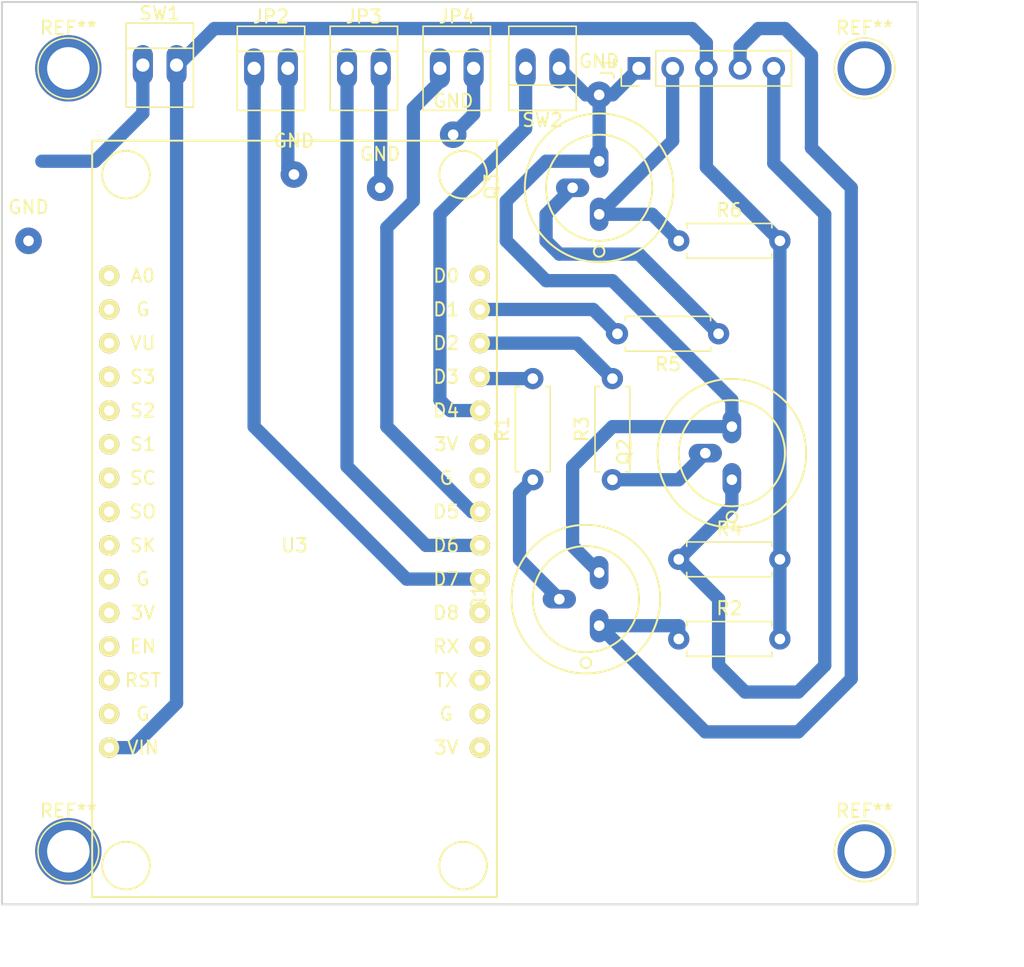
<source format=kicad_pcb>
(kicad_pcb (version 4) (host pcbnew 4.0.7)

  (general
    (links 32)
    (no_connects 3)
    (area 82.924999 62.924999 165.85 143.700001)
    (thickness 1.6)
    (drawings 6)
    (tracks 99)
    (zones 0)
    (modules 25)
    (nets 39)
  )

  (page A4)
  (layers
    (0 F.Cu signal)
    (31 B.Cu signal)
    (32 B.Adhes user)
    (33 F.Adhes user)
    (34 B.Paste user)
    (35 F.Paste user)
    (36 B.SilkS user)
    (37 F.SilkS user)
    (38 B.Mask user)
    (39 F.Mask user)
    (40 Dwgs.User user)
    (41 Cmts.User user)
    (42 Eco1.User user)
    (43 Eco2.User user)
    (44 Edge.Cuts user)
    (45 Margin user)
    (46 B.CrtYd user)
    (47 F.CrtYd user)
    (48 B.Fab user)
    (49 F.Fab user)
  )

  (setup
    (last_trace_width 1)
    (trace_clearance 0.2)
    (zone_clearance 0.508)
    (zone_45_only yes)
    (trace_min 0.2)
    (segment_width 0.2)
    (edge_width 0.15)
    (via_size 0.6)
    (via_drill 0.4)
    (via_min_size 0.4)
    (via_min_drill 0.3)
    (uvia_size 0.3)
    (uvia_drill 0.1)
    (uvias_allowed no)
    (uvia_min_size 0.2)
    (uvia_min_drill 0.1)
    (pcb_text_width 0.3)
    (pcb_text_size 1.5 1.5)
    (mod_edge_width 0.15)
    (mod_text_size 1 1)
    (mod_text_width 0.15)
    (pad_size 1.99898 1.99898)
    (pad_drill 0.8001)
    (pad_to_mask_clearance 0.2)
    (aux_axis_origin 0 0)
    (visible_elements 7FFFFFFF)
    (pcbplotparams
      (layerselection 0x00030_80000001)
      (usegerberextensions false)
      (excludeedgelayer true)
      (linewidth 0.100000)
      (plotframeref false)
      (viasonmask false)
      (mode 1)
      (useauxorigin false)
      (hpglpennumber 1)
      (hpglpenspeed 20)
      (hpglpendiameter 15)
      (hpglpenoverlay 2)
      (psnegative false)
      (psa4output false)
      (plotreference true)
      (plotvalue true)
      (plotinvisibletext false)
      (padsonsilk false)
      (subtractmaskfromsilk false)
      (outputformat 1)
      (mirror false)
      (drillshape 1)
      (scaleselection 1)
      (outputdirectory ""))
  )

  (net 0 "")
  (net 1 GNDPWR)
  (net 2 /DOUT)
  (net 3 /V+)
  (net 4 /CLK)
  (net 5 /LD)
  (net 6 "Net-(JP2-Pad1)")
  (net 7 "Net-(JP3-Pad1)")
  (net 8 "Net-(JP4-Pad1)")
  (net 9 "Net-(R1-Pad2)")
  (net 10 "Net-(R3-Pad2)")
  (net 11 "Net-(R5-Pad2)")
  (net 12 +5V)
  (net 13 "Net-(SW2-Pad2)")
  (net 14 "Net-(U3-Pad1)")
  (net 15 "Net-(U3-Pad2)")
  (net 16 "Net-(U3-Pad3)")
  (net 17 "Net-(U3-Pad5)")
  (net 18 "Net-(U3-Pad6)")
  (net 19 "Net-(U3-Pad7)")
  (net 20 "Net-(U3-Pad8)")
  (net 21 "Net-(U3-Pad9)")
  (net 22 "Net-(U3-Pad10)")
  (net 23 "Net-(U3-Pad11)")
  (net 24 "Net-(U3-Pad12)")
  (net 25 "Net-(U3-Pad13)")
  (net 26 "Net-(U3-Pad14)")
  (net 27 "Net-(U3-Pad16)")
  (net 28 "Net-(U3-Pad17)")
  (net 29 "Net-(U3-Pad18)")
  (net 30 "Net-(U3-Pad19)")
  (net 31 "Net-(U3-Pad20)")
  (net 32 "Net-(U3-Pad24)")
  (net 33 "Net-(U3-Pad25)")
  (net 34 "Net-(U3-Pad30)")
  (net 35 "Net-(Q1-Pad2)")
  (net 36 "Net-(Q2-Pad2)")
  (net 37 "Net-(Q3-Pad2)")
  (net 38 "Net-(U3-Pad4)")

  (net_class Default "Esta es la clase de red por defecto."
    (clearance 0.2)
    (trace_width 1)
    (via_dia 0.6)
    (via_drill 0.4)
    (uvia_dia 0.3)
    (uvia_drill 0.1)
    (add_net +5V)
    (add_net /CLK)
    (add_net /DOUT)
    (add_net /LD)
    (add_net /V+)
    (add_net GNDPWR)
    (add_net "Net-(JP2-Pad1)")
    (add_net "Net-(JP3-Pad1)")
    (add_net "Net-(JP4-Pad1)")
    (add_net "Net-(Q1-Pad2)")
    (add_net "Net-(Q2-Pad2)")
    (add_net "Net-(Q3-Pad2)")
    (add_net "Net-(R1-Pad2)")
    (add_net "Net-(R3-Pad2)")
    (add_net "Net-(R5-Pad2)")
    (add_net "Net-(SW2-Pad2)")
    (add_net "Net-(U3-Pad1)")
    (add_net "Net-(U3-Pad10)")
    (add_net "Net-(U3-Pad11)")
    (add_net "Net-(U3-Pad12)")
    (add_net "Net-(U3-Pad13)")
    (add_net "Net-(U3-Pad14)")
    (add_net "Net-(U3-Pad16)")
    (add_net "Net-(U3-Pad17)")
    (add_net "Net-(U3-Pad18)")
    (add_net "Net-(U3-Pad19)")
    (add_net "Net-(U3-Pad2)")
    (add_net "Net-(U3-Pad20)")
    (add_net "Net-(U3-Pad24)")
    (add_net "Net-(U3-Pad25)")
    (add_net "Net-(U3-Pad3)")
    (add_net "Net-(U3-Pad30)")
    (add_net "Net-(U3-Pad4)")
    (add_net "Net-(U3-Pad5)")
    (add_net "Net-(U3-Pad6)")
    (add_net "Net-(U3-Pad7)")
    (add_net "Net-(U3-Pad8)")
    (add_net "Net-(U3-Pad9)")
  )

  (module Connectors:PINHEAD1-2 (layer F.Cu) (tedit 0) (tstamp 5A203F00)
    (at 117 72)
    (path /5A08DDBF)
    (fp_text reference JP4 (at 1.27 -3.9) (layer F.SilkS)
      (effects (font (size 1 1) (thickness 0.15)))
    )
    (fp_text value Jp_open_small (at 1.27 3.81) (layer F.Fab)
      (effects (font (size 1 1) (thickness 0.15)))
    )
    (fp_line (start 3.81 -1.27) (end -1.27 -1.27) (layer F.SilkS) (width 0.12))
    (fp_line (start 3.81 3.17) (end -1.27 3.17) (layer F.SilkS) (width 0.12))
    (fp_line (start -1.27 -3.17) (end 3.81 -3.17) (layer F.SilkS) (width 0.12))
    (fp_line (start -1.27 -3.17) (end -1.27 3.17) (layer F.SilkS) (width 0.12))
    (fp_line (start 3.81 -3.17) (end 3.81 3.17) (layer F.SilkS) (width 0.12))
    (fp_line (start -1.52 -3.42) (end 4.06 -3.42) (layer F.CrtYd) (width 0.05))
    (fp_line (start -1.52 -3.42) (end -1.52 3.42) (layer F.CrtYd) (width 0.05))
    (fp_line (start 4.06 3.42) (end 4.06 -3.42) (layer F.CrtYd) (width 0.05))
    (fp_line (start 4.06 3.42) (end -1.52 3.42) (layer F.CrtYd) (width 0.05))
    (pad 1 thru_hole oval (at 0 0) (size 1.51 3.01) (drill 1) (layers *.Cu *.Mask)
      (net 8 "Net-(JP4-Pad1)"))
    (pad 2 thru_hole oval (at 2.54 0) (size 1.51 3.01) (drill 1) (layers *.Cu *.Mask)
      (net 1 GNDPWR))
  )

  (module Transistors_OldSowjetAera:OldSowjetaera_Transistor_Type-II_BigPads (layer F.Cu) (tedit 5A25894A) (tstamp 5A258789)
    (at 128 112 90)
    (path /5A204BD0)
    (fp_text reference Q1 (at 0.1 -8.1 90) (layer F.SilkS)
      (effects (font (size 1 1) (thickness 0.15)))
    )
    (fp_text value Q_NPN_CBE (at 0.1 7.6 90) (layer F.Fab)
      (effects (font (size 1 1) (thickness 0.15)))
    )
    (fp_circle (center -4.8 0) (end -4.8 0.4) (layer F.SilkS) (width 0.15))
    (fp_circle (center 0 0) (end 4 0) (layer F.SilkS) (width 0.15))
    (fp_circle (center 0 0) (end 5.6 0) (layer F.SilkS) (width 0.15))
    (pad 2 thru_hole oval (at 0 -2 90) (size 1.4 2.5) (drill 0.8) (layers *.Cu *.Mask)
      (net 35 "Net-(Q1-Pad2)"))
    (pad 1 thru_hole oval (at -2 1 180) (size 1.4 2.5) (drill 0.8) (layers *.Cu *.Mask)
      (net 4 /CLK))
    (pad 3 thru_hole oval (at 2 1 180) (size 1.4 2.5) (drill 0.8) (layers *.Cu *.Mask)
      (net 1 GNDPWR))
    (model Transistors_OldSowjetAera.3dshapes/OldSowjetaera_Transistor_Type-II_BigPads.wrl
      (at (xyz 0 0 0))
      (scale (xyz 0.3937 0.3937 0.3937))
      (rotate (xyz 0 0 0))
    )
  )

  (module Transistors_OldSowjetAera:OldSowjetaera_Transistor_Type-II_BigPads (layer F.Cu) (tedit 0) (tstamp 5A203F0E)
    (at 139 101 90)
    (path /5A204A80)
    (fp_text reference Q2 (at 0.1 -8.1 90) (layer F.SilkS)
      (effects (font (size 1 1) (thickness 0.15)))
    )
    (fp_text value Q_NPN_CBE (at 0.1 7.6 90) (layer F.Fab)
      (effects (font (size 1 1) (thickness 0.15)))
    )
    (fp_circle (center -4.8 0) (end -4.8 0.4) (layer F.SilkS) (width 0.15))
    (fp_circle (center 0 0) (end 4 0) (layer F.SilkS) (width 0.15))
    (fp_circle (center 0 0) (end 5.6 0) (layer F.SilkS) (width 0.15))
    (pad 2 thru_hole oval (at 0 -2 90) (size 1.4 2.5) (drill 0.8) (layers *.Cu *.Mask)
      (net 36 "Net-(Q2-Pad2)"))
    (pad 1 thru_hole oval (at -2 0 180) (size 1.4 2.5) (drill 0.8) (layers *.Cu *.Mask)
      (net 5 /LD))
    (pad 3 thru_hole oval (at 2 0 180) (size 1.4 2.5) (drill 0.8) (layers *.Cu *.Mask)
      (net 1 GNDPWR))
    (model Transistors_OldSowjetAera.3dshapes/OldSowjetaera_Transistor_Type-II_BigPads.wrl
      (at (xyz 0 0 0))
      (scale (xyz 0.3937 0.3937 0.3937))
      (rotate (xyz 0 0 0))
    )
  )

  (module Connectors:PINHEAD1-2 (layer F.Cu) (tedit 0) (tstamp 5A203EF4)
    (at 103 72)
    (path /5A08DF95)
    (fp_text reference JP2 (at 1.27 -3.9) (layer F.SilkS)
      (effects (font (size 1 1) (thickness 0.15)))
    )
    (fp_text value Jp_open_small (at 1.27 3.81) (layer F.Fab)
      (effects (font (size 1 1) (thickness 0.15)))
    )
    (fp_line (start 3.81 -1.27) (end -1.27 -1.27) (layer F.SilkS) (width 0.12))
    (fp_line (start 3.81 3.17) (end -1.27 3.17) (layer F.SilkS) (width 0.12))
    (fp_line (start -1.27 -3.17) (end 3.81 -3.17) (layer F.SilkS) (width 0.12))
    (fp_line (start -1.27 -3.17) (end -1.27 3.17) (layer F.SilkS) (width 0.12))
    (fp_line (start 3.81 -3.17) (end 3.81 3.17) (layer F.SilkS) (width 0.12))
    (fp_line (start -1.52 -3.42) (end 4.06 -3.42) (layer F.CrtYd) (width 0.05))
    (fp_line (start -1.52 -3.42) (end -1.52 3.42) (layer F.CrtYd) (width 0.05))
    (fp_line (start 4.06 3.42) (end 4.06 -3.42) (layer F.CrtYd) (width 0.05))
    (fp_line (start 4.06 3.42) (end -1.52 3.42) (layer F.CrtYd) (width 0.05))
    (pad 1 thru_hole oval (at 0 0) (size 1.51 3.01) (drill 1) (layers *.Cu *.Mask)
      (net 6 "Net-(JP2-Pad1)"))
    (pad 2 thru_hole oval (at 2.54 0) (size 1.51 3.01) (drill 1) (layers *.Cu *.Mask)
      (net 1 GNDPWR))
  )

  (module Connectors:PINHEAD1-2 (layer F.Cu) (tedit 0) (tstamp 5A203EFA)
    (at 110 72)
    (path /5A08DF42)
    (fp_text reference JP3 (at 1.27 -3.9) (layer F.SilkS)
      (effects (font (size 1 1) (thickness 0.15)))
    )
    (fp_text value Jp_open_small (at 1.27 3.81) (layer F.Fab)
      (effects (font (size 1 1) (thickness 0.15)))
    )
    (fp_line (start 3.81 -1.27) (end -1.27 -1.27) (layer F.SilkS) (width 0.12))
    (fp_line (start 3.81 3.17) (end -1.27 3.17) (layer F.SilkS) (width 0.12))
    (fp_line (start -1.27 -3.17) (end 3.81 -3.17) (layer F.SilkS) (width 0.12))
    (fp_line (start -1.27 -3.17) (end -1.27 3.17) (layer F.SilkS) (width 0.12))
    (fp_line (start 3.81 -3.17) (end 3.81 3.17) (layer F.SilkS) (width 0.12))
    (fp_line (start -1.52 -3.42) (end 4.06 -3.42) (layer F.CrtYd) (width 0.05))
    (fp_line (start -1.52 -3.42) (end -1.52 3.42) (layer F.CrtYd) (width 0.05))
    (fp_line (start 4.06 3.42) (end 4.06 -3.42) (layer F.CrtYd) (width 0.05))
    (fp_line (start 4.06 3.42) (end -1.52 3.42) (layer F.CrtYd) (width 0.05))
    (pad 1 thru_hole oval (at 0 0) (size 1.51 3.01) (drill 1) (layers *.Cu *.Mask)
      (net 7 "Net-(JP3-Pad1)"))
    (pad 2 thru_hole oval (at 2.54 0) (size 1.51 3.01) (drill 1) (layers *.Cu *.Mask)
      (net 1 GNDPWR))
  )

  (module Transistors_OldSowjetAera:OldSowjetaera_Transistor_Type-II_BigPads (layer F.Cu) (tedit 0) (tstamp 5A203F15)
    (at 129 81 90)
    (path /5A204D65)
    (fp_text reference Q3 (at 0.1 -8.1 90) (layer F.SilkS)
      (effects (font (size 1 1) (thickness 0.15)))
    )
    (fp_text value Q_NPN_CBE (at 0.1 7.6 90) (layer F.Fab)
      (effects (font (size 1 1) (thickness 0.15)))
    )
    (fp_circle (center -4.8 0) (end -4.8 0.4) (layer F.SilkS) (width 0.15))
    (fp_circle (center 0 0) (end 4 0) (layer F.SilkS) (width 0.15))
    (fp_circle (center 0 0) (end 5.6 0) (layer F.SilkS) (width 0.15))
    (pad 2 thru_hole oval (at 0 -2 90) (size 1.4 2.5) (drill 0.8) (layers *.Cu *.Mask)
      (net 37 "Net-(Q3-Pad2)"))
    (pad 1 thru_hole oval (at -2 0 180) (size 1.4 2.5) (drill 0.8) (layers *.Cu *.Mask)
      (net 2 /DOUT))
    (pad 3 thru_hole oval (at 2 0 180) (size 1.4 2.5) (drill 0.8) (layers *.Cu *.Mask)
      (net 1 GNDPWR))
    (model Transistors_OldSowjetAera.3dshapes/OldSowjetaera_Transistor_Type-II_BigPads.wrl
      (at (xyz 0 0 0))
      (scale (xyz 0.3937 0.3937 0.3937))
      (rotate (xyz 0 0 0))
    )
  )

  (module Resistors_THT:R_Axial_DIN0207_L6.3mm_D2.5mm_P7.62mm_Horizontal (layer F.Cu) (tedit 5874F706) (tstamp 5A203F1B)
    (at 124 103 90)
    (descr "Resistor, Axial_DIN0207 series, Axial, Horizontal, pin pitch=7.62mm, 0.25W = 1/4W, length*diameter=6.3*2.5mm^2, http://cdn-reichelt.de/documents/datenblatt/B400/1_4W%23YAG.pdf")
    (tags "Resistor Axial_DIN0207 series Axial Horizontal pin pitch 7.62mm 0.25W = 1/4W length 6.3mm diameter 2.5mm")
    (path /5A048190)
    (fp_text reference R1 (at 3.81 -2.31 90) (layer F.SilkS)
      (effects (font (size 1 1) (thickness 0.15)))
    )
    (fp_text value 50KOhm (at 3.81 2.31 90) (layer F.Fab)
      (effects (font (size 1 1) (thickness 0.15)))
    )
    (fp_line (start 0.66 -1.25) (end 0.66 1.25) (layer F.Fab) (width 0.1))
    (fp_line (start 0.66 1.25) (end 6.96 1.25) (layer F.Fab) (width 0.1))
    (fp_line (start 6.96 1.25) (end 6.96 -1.25) (layer F.Fab) (width 0.1))
    (fp_line (start 6.96 -1.25) (end 0.66 -1.25) (layer F.Fab) (width 0.1))
    (fp_line (start 0 0) (end 0.66 0) (layer F.Fab) (width 0.1))
    (fp_line (start 7.62 0) (end 6.96 0) (layer F.Fab) (width 0.1))
    (fp_line (start 0.6 -0.98) (end 0.6 -1.31) (layer F.SilkS) (width 0.12))
    (fp_line (start 0.6 -1.31) (end 7.02 -1.31) (layer F.SilkS) (width 0.12))
    (fp_line (start 7.02 -1.31) (end 7.02 -0.98) (layer F.SilkS) (width 0.12))
    (fp_line (start 0.6 0.98) (end 0.6 1.31) (layer F.SilkS) (width 0.12))
    (fp_line (start 0.6 1.31) (end 7.02 1.31) (layer F.SilkS) (width 0.12))
    (fp_line (start 7.02 1.31) (end 7.02 0.98) (layer F.SilkS) (width 0.12))
    (fp_line (start -1.05 -1.6) (end -1.05 1.6) (layer F.CrtYd) (width 0.05))
    (fp_line (start -1.05 1.6) (end 8.7 1.6) (layer F.CrtYd) (width 0.05))
    (fp_line (start 8.7 1.6) (end 8.7 -1.6) (layer F.CrtYd) (width 0.05))
    (fp_line (start 8.7 -1.6) (end -1.05 -1.6) (layer F.CrtYd) (width 0.05))
    (pad 1 thru_hole circle (at 0 0 90) (size 1.6 1.6) (drill 0.8) (layers *.Cu *.Mask)
      (net 35 "Net-(Q1-Pad2)"))
    (pad 2 thru_hole oval (at 7.62 0 90) (size 1.6 1.6) (drill 0.8) (layers *.Cu *.Mask)
      (net 9 "Net-(R1-Pad2)"))
    (model ${KISYS3DMOD}/Resistors_THT.3dshapes/R_Axial_DIN0207_L6.3mm_D2.5mm_P7.62mm_Horizontal.wrl
      (at (xyz 0 0 0))
      (scale (xyz 0.393701 0.393701 0.393701))
      (rotate (xyz 0 0 0))
    )
  )

  (module Resistors_THT:R_Axial_DIN0207_L6.3mm_D2.5mm_P7.62mm_Horizontal (layer F.Cu) (tedit 5874F706) (tstamp 5A203F21)
    (at 135 115)
    (descr "Resistor, Axial_DIN0207 series, Axial, Horizontal, pin pitch=7.62mm, 0.25W = 1/4W, length*diameter=6.3*2.5mm^2, http://cdn-reichelt.de/documents/datenblatt/B400/1_4W%23YAG.pdf")
    (tags "Resistor Axial_DIN0207 series Axial Horizontal pin pitch 7.62mm 0.25W = 1/4W length 6.3mm diameter 2.5mm")
    (path /5A048139)
    (fp_text reference R2 (at 3.81 -2.31) (layer F.SilkS)
      (effects (font (size 1 1) (thickness 0.15)))
    )
    (fp_text value 0.7KOhm (at 3.81 2.31) (layer F.Fab)
      (effects (font (size 1 1) (thickness 0.15)))
    )
    (fp_line (start 0.66 -1.25) (end 0.66 1.25) (layer F.Fab) (width 0.1))
    (fp_line (start 0.66 1.25) (end 6.96 1.25) (layer F.Fab) (width 0.1))
    (fp_line (start 6.96 1.25) (end 6.96 -1.25) (layer F.Fab) (width 0.1))
    (fp_line (start 6.96 -1.25) (end 0.66 -1.25) (layer F.Fab) (width 0.1))
    (fp_line (start 0 0) (end 0.66 0) (layer F.Fab) (width 0.1))
    (fp_line (start 7.62 0) (end 6.96 0) (layer F.Fab) (width 0.1))
    (fp_line (start 0.6 -0.98) (end 0.6 -1.31) (layer F.SilkS) (width 0.12))
    (fp_line (start 0.6 -1.31) (end 7.02 -1.31) (layer F.SilkS) (width 0.12))
    (fp_line (start 7.02 -1.31) (end 7.02 -0.98) (layer F.SilkS) (width 0.12))
    (fp_line (start 0.6 0.98) (end 0.6 1.31) (layer F.SilkS) (width 0.12))
    (fp_line (start 0.6 1.31) (end 7.02 1.31) (layer F.SilkS) (width 0.12))
    (fp_line (start 7.02 1.31) (end 7.02 0.98) (layer F.SilkS) (width 0.12))
    (fp_line (start -1.05 -1.6) (end -1.05 1.6) (layer F.CrtYd) (width 0.05))
    (fp_line (start -1.05 1.6) (end 8.7 1.6) (layer F.CrtYd) (width 0.05))
    (fp_line (start 8.7 1.6) (end 8.7 -1.6) (layer F.CrtYd) (width 0.05))
    (fp_line (start 8.7 -1.6) (end -1.05 -1.6) (layer F.CrtYd) (width 0.05))
    (pad 1 thru_hole circle (at 0 0) (size 1.6 1.6) (drill 0.8) (layers *.Cu *.Mask)
      (net 4 /CLK))
    (pad 2 thru_hole oval (at 7.62 0) (size 1.6 1.6) (drill 0.8) (layers *.Cu *.Mask)
      (net 3 /V+))
    (model ${KISYS3DMOD}/Resistors_THT.3dshapes/R_Axial_DIN0207_L6.3mm_D2.5mm_P7.62mm_Horizontal.wrl
      (at (xyz 0 0 0))
      (scale (xyz 0.393701 0.393701 0.393701))
      (rotate (xyz 0 0 0))
    )
  )

  (module Resistors_THT:R_Axial_DIN0207_L6.3mm_D2.5mm_P7.62mm_Horizontal (layer F.Cu) (tedit 5874F706) (tstamp 5A203F27)
    (at 130 103 90)
    (descr "Resistor, Axial_DIN0207 series, Axial, Horizontal, pin pitch=7.62mm, 0.25W = 1/4W, length*diameter=6.3*2.5mm^2, http://cdn-reichelt.de/documents/datenblatt/B400/1_4W%23YAG.pdf")
    (tags "Resistor Axial_DIN0207 series Axial Horizontal pin pitch 7.62mm 0.25W = 1/4W length 6.3mm diameter 2.5mm")
    (path /5A0A3C12)
    (fp_text reference R3 (at 3.81 -2.31 90) (layer F.SilkS)
      (effects (font (size 1 1) (thickness 0.15)))
    )
    (fp_text value 50KOhm (at 3.81 2.31 90) (layer F.Fab)
      (effects (font (size 1 1) (thickness 0.15)))
    )
    (fp_line (start 0.66 -1.25) (end 0.66 1.25) (layer F.Fab) (width 0.1))
    (fp_line (start 0.66 1.25) (end 6.96 1.25) (layer F.Fab) (width 0.1))
    (fp_line (start 6.96 1.25) (end 6.96 -1.25) (layer F.Fab) (width 0.1))
    (fp_line (start 6.96 -1.25) (end 0.66 -1.25) (layer F.Fab) (width 0.1))
    (fp_line (start 0 0) (end 0.66 0) (layer F.Fab) (width 0.1))
    (fp_line (start 7.62 0) (end 6.96 0) (layer F.Fab) (width 0.1))
    (fp_line (start 0.6 -0.98) (end 0.6 -1.31) (layer F.SilkS) (width 0.12))
    (fp_line (start 0.6 -1.31) (end 7.02 -1.31) (layer F.SilkS) (width 0.12))
    (fp_line (start 7.02 -1.31) (end 7.02 -0.98) (layer F.SilkS) (width 0.12))
    (fp_line (start 0.6 0.98) (end 0.6 1.31) (layer F.SilkS) (width 0.12))
    (fp_line (start 0.6 1.31) (end 7.02 1.31) (layer F.SilkS) (width 0.12))
    (fp_line (start 7.02 1.31) (end 7.02 0.98) (layer F.SilkS) (width 0.12))
    (fp_line (start -1.05 -1.6) (end -1.05 1.6) (layer F.CrtYd) (width 0.05))
    (fp_line (start -1.05 1.6) (end 8.7 1.6) (layer F.CrtYd) (width 0.05))
    (fp_line (start 8.7 1.6) (end 8.7 -1.6) (layer F.CrtYd) (width 0.05))
    (fp_line (start 8.7 -1.6) (end -1.05 -1.6) (layer F.CrtYd) (width 0.05))
    (pad 1 thru_hole circle (at 0 0 90) (size 1.6 1.6) (drill 0.8) (layers *.Cu *.Mask)
      (net 36 "Net-(Q2-Pad2)"))
    (pad 2 thru_hole oval (at 7.62 0 90) (size 1.6 1.6) (drill 0.8) (layers *.Cu *.Mask)
      (net 10 "Net-(R3-Pad2)"))
    (model ${KISYS3DMOD}/Resistors_THT.3dshapes/R_Axial_DIN0207_L6.3mm_D2.5mm_P7.62mm_Horizontal.wrl
      (at (xyz 0 0 0))
      (scale (xyz 0.393701 0.393701 0.393701))
      (rotate (xyz 0 0 0))
    )
  )

  (module Resistors_THT:R_Axial_DIN0207_L6.3mm_D2.5mm_P7.62mm_Horizontal (layer F.Cu) (tedit 5874F706) (tstamp 5A203F2D)
    (at 135 109)
    (descr "Resistor, Axial_DIN0207 series, Axial, Horizontal, pin pitch=7.62mm, 0.25W = 1/4W, length*diameter=6.3*2.5mm^2, http://cdn-reichelt.de/documents/datenblatt/B400/1_4W%23YAG.pdf")
    (tags "Resistor Axial_DIN0207 series Axial Horizontal pin pitch 7.62mm 0.25W = 1/4W length 6.3mm diameter 2.5mm")
    (path /5A0A3C18)
    (fp_text reference R4 (at 3.81 -2.31) (layer F.SilkS)
      (effects (font (size 1 1) (thickness 0.15)))
    )
    (fp_text value 0.7KOhm (at 3.81 2.31) (layer F.Fab)
      (effects (font (size 1 1) (thickness 0.15)))
    )
    (fp_line (start 0.66 -1.25) (end 0.66 1.25) (layer F.Fab) (width 0.1))
    (fp_line (start 0.66 1.25) (end 6.96 1.25) (layer F.Fab) (width 0.1))
    (fp_line (start 6.96 1.25) (end 6.96 -1.25) (layer F.Fab) (width 0.1))
    (fp_line (start 6.96 -1.25) (end 0.66 -1.25) (layer F.Fab) (width 0.1))
    (fp_line (start 0 0) (end 0.66 0) (layer F.Fab) (width 0.1))
    (fp_line (start 7.62 0) (end 6.96 0) (layer F.Fab) (width 0.1))
    (fp_line (start 0.6 -0.98) (end 0.6 -1.31) (layer F.SilkS) (width 0.12))
    (fp_line (start 0.6 -1.31) (end 7.02 -1.31) (layer F.SilkS) (width 0.12))
    (fp_line (start 7.02 -1.31) (end 7.02 -0.98) (layer F.SilkS) (width 0.12))
    (fp_line (start 0.6 0.98) (end 0.6 1.31) (layer F.SilkS) (width 0.12))
    (fp_line (start 0.6 1.31) (end 7.02 1.31) (layer F.SilkS) (width 0.12))
    (fp_line (start 7.02 1.31) (end 7.02 0.98) (layer F.SilkS) (width 0.12))
    (fp_line (start -1.05 -1.6) (end -1.05 1.6) (layer F.CrtYd) (width 0.05))
    (fp_line (start -1.05 1.6) (end 8.7 1.6) (layer F.CrtYd) (width 0.05))
    (fp_line (start 8.7 1.6) (end 8.7 -1.6) (layer F.CrtYd) (width 0.05))
    (fp_line (start 8.7 -1.6) (end -1.05 -1.6) (layer F.CrtYd) (width 0.05))
    (pad 1 thru_hole circle (at 0 0) (size 1.6 1.6) (drill 0.8) (layers *.Cu *.Mask)
      (net 5 /LD))
    (pad 2 thru_hole oval (at 7.62 0) (size 1.6 1.6) (drill 0.8) (layers *.Cu *.Mask)
      (net 3 /V+))
    (model ${KISYS3DMOD}/Resistors_THT.3dshapes/R_Axial_DIN0207_L6.3mm_D2.5mm_P7.62mm_Horizontal.wrl
      (at (xyz 0 0 0))
      (scale (xyz 0.393701 0.393701 0.393701))
      (rotate (xyz 0 0 0))
    )
  )

  (module Resistors_THT:R_Axial_DIN0207_L6.3mm_D2.5mm_P7.62mm_Horizontal (layer F.Cu) (tedit 5874F706) (tstamp 5A203F33)
    (at 138 92 180)
    (descr "Resistor, Axial_DIN0207 series, Axial, Horizontal, pin pitch=7.62mm, 0.25W = 1/4W, length*diameter=6.3*2.5mm^2, http://cdn-reichelt.de/documents/datenblatt/B400/1_4W%23YAG.pdf")
    (tags "Resistor Axial_DIN0207 series Axial Horizontal pin pitch 7.62mm 0.25W = 1/4W length 6.3mm diameter 2.5mm")
    (path /5A0A44A8)
    (fp_text reference R5 (at 3.81 -2.31 180) (layer F.SilkS)
      (effects (font (size 1 1) (thickness 0.15)))
    )
    (fp_text value 50KOhm (at 3.81 2.31 180) (layer F.Fab)
      (effects (font (size 1 1) (thickness 0.15)))
    )
    (fp_line (start 0.66 -1.25) (end 0.66 1.25) (layer F.Fab) (width 0.1))
    (fp_line (start 0.66 1.25) (end 6.96 1.25) (layer F.Fab) (width 0.1))
    (fp_line (start 6.96 1.25) (end 6.96 -1.25) (layer F.Fab) (width 0.1))
    (fp_line (start 6.96 -1.25) (end 0.66 -1.25) (layer F.Fab) (width 0.1))
    (fp_line (start 0 0) (end 0.66 0) (layer F.Fab) (width 0.1))
    (fp_line (start 7.62 0) (end 6.96 0) (layer F.Fab) (width 0.1))
    (fp_line (start 0.6 -0.98) (end 0.6 -1.31) (layer F.SilkS) (width 0.12))
    (fp_line (start 0.6 -1.31) (end 7.02 -1.31) (layer F.SilkS) (width 0.12))
    (fp_line (start 7.02 -1.31) (end 7.02 -0.98) (layer F.SilkS) (width 0.12))
    (fp_line (start 0.6 0.98) (end 0.6 1.31) (layer F.SilkS) (width 0.12))
    (fp_line (start 0.6 1.31) (end 7.02 1.31) (layer F.SilkS) (width 0.12))
    (fp_line (start 7.02 1.31) (end 7.02 0.98) (layer F.SilkS) (width 0.12))
    (fp_line (start -1.05 -1.6) (end -1.05 1.6) (layer F.CrtYd) (width 0.05))
    (fp_line (start -1.05 1.6) (end 8.7 1.6) (layer F.CrtYd) (width 0.05))
    (fp_line (start 8.7 1.6) (end 8.7 -1.6) (layer F.CrtYd) (width 0.05))
    (fp_line (start 8.7 -1.6) (end -1.05 -1.6) (layer F.CrtYd) (width 0.05))
    (pad 1 thru_hole circle (at 0 0 180) (size 1.6 1.6) (drill 0.8) (layers *.Cu *.Mask)
      (net 37 "Net-(Q3-Pad2)"))
    (pad 2 thru_hole oval (at 7.62 0 180) (size 1.6 1.6) (drill 0.8) (layers *.Cu *.Mask)
      (net 11 "Net-(R5-Pad2)"))
    (model ${KISYS3DMOD}/Resistors_THT.3dshapes/R_Axial_DIN0207_L6.3mm_D2.5mm_P7.62mm_Horizontal.wrl
      (at (xyz 0 0 0))
      (scale (xyz 0.393701 0.393701 0.393701))
      (rotate (xyz 0 0 0))
    )
  )

  (module Resistors_THT:R_Axial_DIN0207_L6.3mm_D2.5mm_P7.62mm_Horizontal (layer F.Cu) (tedit 5874F706) (tstamp 5A203F39)
    (at 135 85)
    (descr "Resistor, Axial_DIN0207 series, Axial, Horizontal, pin pitch=7.62mm, 0.25W = 1/4W, length*diameter=6.3*2.5mm^2, http://cdn-reichelt.de/documents/datenblatt/B400/1_4W%23YAG.pdf")
    (tags "Resistor Axial_DIN0207 series Axial Horizontal pin pitch 7.62mm 0.25W = 1/4W length 6.3mm diameter 2.5mm")
    (path /5A0A44AE)
    (fp_text reference R6 (at 3.81 -2.31) (layer F.SilkS)
      (effects (font (size 1 1) (thickness 0.15)))
    )
    (fp_text value 0.7KOhm (at 3.81 2.31) (layer F.Fab)
      (effects (font (size 1 1) (thickness 0.15)))
    )
    (fp_line (start 0.66 -1.25) (end 0.66 1.25) (layer F.Fab) (width 0.1))
    (fp_line (start 0.66 1.25) (end 6.96 1.25) (layer F.Fab) (width 0.1))
    (fp_line (start 6.96 1.25) (end 6.96 -1.25) (layer F.Fab) (width 0.1))
    (fp_line (start 6.96 -1.25) (end 0.66 -1.25) (layer F.Fab) (width 0.1))
    (fp_line (start 0 0) (end 0.66 0) (layer F.Fab) (width 0.1))
    (fp_line (start 7.62 0) (end 6.96 0) (layer F.Fab) (width 0.1))
    (fp_line (start 0.6 -0.98) (end 0.6 -1.31) (layer F.SilkS) (width 0.12))
    (fp_line (start 0.6 -1.31) (end 7.02 -1.31) (layer F.SilkS) (width 0.12))
    (fp_line (start 7.02 -1.31) (end 7.02 -0.98) (layer F.SilkS) (width 0.12))
    (fp_line (start 0.6 0.98) (end 0.6 1.31) (layer F.SilkS) (width 0.12))
    (fp_line (start 0.6 1.31) (end 7.02 1.31) (layer F.SilkS) (width 0.12))
    (fp_line (start 7.02 1.31) (end 7.02 0.98) (layer F.SilkS) (width 0.12))
    (fp_line (start -1.05 -1.6) (end -1.05 1.6) (layer F.CrtYd) (width 0.05))
    (fp_line (start -1.05 1.6) (end 8.7 1.6) (layer F.CrtYd) (width 0.05))
    (fp_line (start 8.7 1.6) (end 8.7 -1.6) (layer F.CrtYd) (width 0.05))
    (fp_line (start 8.7 -1.6) (end -1.05 -1.6) (layer F.CrtYd) (width 0.05))
    (pad 1 thru_hole circle (at 0 0) (size 1.6 1.6) (drill 0.8) (layers *.Cu *.Mask)
      (net 2 /DOUT))
    (pad 2 thru_hole oval (at 7.62 0) (size 1.6 1.6) (drill 0.8) (layers *.Cu *.Mask)
      (net 3 /V+))
    (model ${KISYS3DMOD}/Resistors_THT.3dshapes/R_Axial_DIN0207_L6.3mm_D2.5mm_P7.62mm_Horizontal.wrl
      (at (xyz 0 0 0))
      (scale (xyz 0.393701 0.393701 0.393701))
      (rotate (xyz 0 0 0))
    )
  )

  (module Connectors:PINHEAD1-2 (layer F.Cu) (tedit 0) (tstamp 5A203F3F)
    (at 94.615 71.755)
    (path /5A08CE04)
    (fp_text reference SW1 (at 1.27 -3.9) (layer F.SilkS)
      (effects (font (size 1 1) (thickness 0.15)))
    )
    (fp_text value SW_Push_Open (at 1.27 3.81) (layer F.Fab)
      (effects (font (size 1 1) (thickness 0.15)))
    )
    (fp_line (start 3.81 -1.27) (end -1.27 -1.27) (layer F.SilkS) (width 0.12))
    (fp_line (start 3.81 3.17) (end -1.27 3.17) (layer F.SilkS) (width 0.12))
    (fp_line (start -1.27 -3.17) (end 3.81 -3.17) (layer F.SilkS) (width 0.12))
    (fp_line (start -1.27 -3.17) (end -1.27 3.17) (layer F.SilkS) (width 0.12))
    (fp_line (start 3.81 -3.17) (end 3.81 3.17) (layer F.SilkS) (width 0.12))
    (fp_line (start -1.52 -3.42) (end 4.06 -3.42) (layer F.CrtYd) (width 0.05))
    (fp_line (start -1.52 -3.42) (end -1.52 3.42) (layer F.CrtYd) (width 0.05))
    (fp_line (start 4.06 3.42) (end 4.06 -3.42) (layer F.CrtYd) (width 0.05))
    (fp_line (start 4.06 3.42) (end -1.52 3.42) (layer F.CrtYd) (width 0.05))
    (pad 1 thru_hole oval (at 0 0) (size 1.51 3.01) (drill 1) (layers *.Cu *.Mask)
      (net 12 +5V))
    (pad 2 thru_hole oval (at 2.54 0) (size 1.51 3.01) (drill 1) (layers *.Cu *.Mask)
      (net 3 /V+))
  )

  (module Connectors:PINHEAD1-2 (layer F.Cu) (tedit 0) (tstamp 5A203F45)
    (at 126 72 180)
    (path /5A121D29)
    (fp_text reference SW2 (at 1.27 -3.9 180) (layer F.SilkS)
      (effects (font (size 1 1) (thickness 0.15)))
    )
    (fp_text value SW_Push (at 1.27 3.81 180) (layer F.Fab)
      (effects (font (size 1 1) (thickness 0.15)))
    )
    (fp_line (start 3.81 -1.27) (end -1.27 -1.27) (layer F.SilkS) (width 0.12))
    (fp_line (start 3.81 3.17) (end -1.27 3.17) (layer F.SilkS) (width 0.12))
    (fp_line (start -1.27 -3.17) (end 3.81 -3.17) (layer F.SilkS) (width 0.12))
    (fp_line (start -1.27 -3.17) (end -1.27 3.17) (layer F.SilkS) (width 0.12))
    (fp_line (start 3.81 -3.17) (end 3.81 3.17) (layer F.SilkS) (width 0.12))
    (fp_line (start -1.52 -3.42) (end 4.06 -3.42) (layer F.CrtYd) (width 0.05))
    (fp_line (start -1.52 -3.42) (end -1.52 3.42) (layer F.CrtYd) (width 0.05))
    (fp_line (start 4.06 3.42) (end 4.06 -3.42) (layer F.CrtYd) (width 0.05))
    (fp_line (start 4.06 3.42) (end -1.52 3.42) (layer F.CrtYd) (width 0.05))
    (pad 1 thru_hole oval (at 0 0 180) (size 1.51 3.01) (drill 1) (layers *.Cu *.Mask)
      (net 1 GNDPWR))
    (pad 2 thru_hole oval (at 2.54 0 180) (size 1.51 3.01) (drill 1) (layers *.Cu *.Mask)
      (net 13 "Net-(SW2-Pad2)"))
  )

  (module "ESP8266:NodeMCU1.0(12-E)" (layer F.Cu) (tedit 58B08E61) (tstamp 5A203F67)
    (at 106.045 107.95)
    (path /59FF8FB1)
    (fp_text reference U3 (at 0 0) (layer F.SilkS)
      (effects (font (size 1 1) (thickness 0.15)))
    )
    (fp_text value "NodeMCU1.0(ESP-12E)" (at 0 -29.21) (layer F.Fab)
      (effects (font (size 1 1) (thickness 0.15)))
    )
    (fp_text user VIN (at -11.43 15.24) (layer F.SilkS)
      (effects (font (size 1 1) (thickness 0.15)))
    )
    (fp_text user G (at -11.43 12.7) (layer F.SilkS)
      (effects (font (size 1 1) (thickness 0.15)))
    )
    (fp_text user RST (at -11.43 10.16) (layer F.SilkS)
      (effects (font (size 1 1) (thickness 0.15)))
    )
    (fp_text user EN (at -11.43 7.62) (layer F.SilkS)
      (effects (font (size 1 1) (thickness 0.15)))
    )
    (fp_text user 3V (at -11.43 5.08) (layer F.SilkS)
      (effects (font (size 1 1) (thickness 0.15)))
    )
    (fp_text user G (at -11.43 2.54) (layer F.SilkS)
      (effects (font (size 1 1) (thickness 0.15)))
    )
    (fp_text user SK (at -11.43 0) (layer F.SilkS)
      (effects (font (size 1 1) (thickness 0.15)))
    )
    (fp_text user SO (at -11.43 -2.54) (layer F.SilkS)
      (effects (font (size 1 1) (thickness 0.15)))
    )
    (fp_text user SC (at -11.43 -5.08) (layer F.SilkS)
      (effects (font (size 1 1) (thickness 0.15)))
    )
    (fp_text user S1 (at -11.43 -7.62) (layer F.SilkS)
      (effects (font (size 1 1) (thickness 0.15)))
    )
    (fp_text user S2 (at -11.43 -10.16) (layer F.SilkS)
      (effects (font (size 1 1) (thickness 0.15)))
    )
    (fp_text user S3 (at -11.43 -12.7) (layer F.SilkS)
      (effects (font (size 1 1) (thickness 0.15)))
    )
    (fp_text user VU (at -11.43 -15.24) (layer F.SilkS)
      (effects (font (size 1 1) (thickness 0.15)))
    )
    (fp_text user G (at -11.43 -17.78) (layer F.SilkS)
      (effects (font (size 1 1) (thickness 0.15)))
    )
    (fp_text user A0 (at -11.43 -20.32) (layer F.SilkS)
      (effects (font (size 1 1) (thickness 0.15)))
    )
    (fp_text user 3V (at 11.43 15.24) (layer F.SilkS)
      (effects (font (size 1 1) (thickness 0.15)))
    )
    (fp_text user G (at 11.43 12.7) (layer F.SilkS)
      (effects (font (size 1 1) (thickness 0.15)))
    )
    (fp_text user TX (at 11.43 10.16) (layer F.SilkS)
      (effects (font (size 1 1) (thickness 0.15)))
    )
    (fp_text user RX (at 11.43 7.62) (layer F.SilkS)
      (effects (font (size 1 1) (thickness 0.15)))
    )
    (fp_text user D8 (at 11.43 5.08) (layer F.SilkS)
      (effects (font (size 1 1) (thickness 0.15)))
    )
    (fp_text user D7 (at 11.43 2.54) (layer F.SilkS)
      (effects (font (size 1 1) (thickness 0.15)))
    )
    (fp_text user D6 (at 11.43 0) (layer F.SilkS)
      (effects (font (size 1 1) (thickness 0.15)))
    )
    (fp_text user D5 (at 11.43 -2.54) (layer F.SilkS)
      (effects (font (size 1 1) (thickness 0.15)))
    )
    (fp_text user G (at 11.43 -5.08) (layer F.SilkS)
      (effects (font (size 1 1) (thickness 0.15)))
    )
    (fp_text user 3V (at 11.43 -7.62) (layer F.SilkS)
      (effects (font (size 1 1) (thickness 0.15)))
    )
    (fp_text user D4 (at 11.43 -10.16) (layer F.SilkS)
      (effects (font (size 1 1) (thickness 0.15)))
    )
    (fp_text user D3 (at 11.43 -12.7) (layer F.SilkS)
      (effects (font (size 1 1) (thickness 0.15)))
    )
    (fp_text user D2 (at 11.43 -15.24) (layer F.SilkS)
      (effects (font (size 1 1) (thickness 0.15)))
    )
    (fp_text user D1 (at 11.43 -17.78) (layer F.SilkS)
      (effects (font (size 1 1) (thickness 0.15)))
    )
    (fp_text user D0 (at 11.43 -20.32) (layer F.SilkS)
      (effects (font (size 1 1) (thickness 0.15)))
    )
    (fp_circle (center 12.7 24.13) (end 13.97 22.86) (layer F.SilkS) (width 0.15))
    (fp_circle (center -12.7 24.13) (end -11.43 22.86) (layer F.SilkS) (width 0.15))
    (fp_circle (center -12.7 -27.94) (end -11.43 -29.21) (layer F.SilkS) (width 0.15))
    (fp_circle (center 12.7 -27.94) (end 13.97 -29.21) (layer F.SilkS) (width 0.15))
    (fp_line (start 15.25 -30.5) (end -14.75 -30.5) (layer F.SilkS) (width 0.15))
    (fp_line (start -14.75 -30.5) (end -15.25 -30.5) (layer F.SilkS) (width 0.15))
    (fp_line (start -15.25 -30.5) (end -15.25 26.5) (layer F.SilkS) (width 0.15))
    (fp_line (start -15.25 26.5) (end 15.25 26.5) (layer F.SilkS) (width 0.15))
    (fp_line (start 15.25 26.5) (end 15.25 -30.5) (layer F.SilkS) (width 0.15))
    (pad 1 thru_hole circle (at -13.97 -20.32) (size 1.524 1.524) (drill 0.762) (layers *.Cu *.Mask F.SilkS)
      (net 14 "Net-(U3-Pad1)"))
    (pad 2 thru_hole circle (at -13.97 -17.78) (size 1.524 1.524) (drill 0.762) (layers *.Cu *.Mask F.SilkS)
      (net 15 "Net-(U3-Pad2)"))
    (pad 3 thru_hole circle (at -13.97 -15.24) (size 1.524 1.524) (drill 0.762) (layers *.Cu *.Mask F.SilkS)
      (net 16 "Net-(U3-Pad3)"))
    (pad 4 thru_hole circle (at -13.97 -12.7) (size 1.524 1.524) (drill 0.762) (layers *.Cu *.Mask F.SilkS)
      (net 38 "Net-(U3-Pad4)"))
    (pad 5 thru_hole circle (at -13.97 -10.16) (size 1.524 1.524) (drill 0.762) (layers *.Cu *.Mask F.SilkS)
      (net 17 "Net-(U3-Pad5)"))
    (pad 6 thru_hole circle (at -13.97 -7.62) (size 1.524 1.524) (drill 0.762) (layers *.Cu *.Mask F.SilkS)
      (net 18 "Net-(U3-Pad6)"))
    (pad 7 thru_hole circle (at -13.97 -5.08) (size 1.524 1.524) (drill 0.762) (layers *.Cu *.Mask F.SilkS)
      (net 19 "Net-(U3-Pad7)"))
    (pad 8 thru_hole circle (at -13.97 -2.54) (size 1.524 1.524) (drill 0.762) (layers *.Cu *.Mask F.SilkS)
      (net 20 "Net-(U3-Pad8)"))
    (pad 9 thru_hole circle (at -13.97 0) (size 1.524 1.524) (drill 0.762) (layers *.Cu *.Mask F.SilkS)
      (net 21 "Net-(U3-Pad9)"))
    (pad 10 thru_hole circle (at -13.97 2.54) (size 1.524 1.524) (drill 0.762) (layers *.Cu *.Mask F.SilkS)
      (net 22 "Net-(U3-Pad10)"))
    (pad 11 thru_hole circle (at -13.97 5.08) (size 1.524 1.524) (drill 0.762) (layers *.Cu *.Mask F.SilkS)
      (net 23 "Net-(U3-Pad11)"))
    (pad 12 thru_hole circle (at -13.97 7.62) (size 1.524 1.524) (drill 0.762) (layers *.Cu *.Mask F.SilkS)
      (net 24 "Net-(U3-Pad12)"))
    (pad 13 thru_hole circle (at -13.97 10.16) (size 1.524 1.524) (drill 0.762) (layers *.Cu *.Mask F.SilkS)
      (net 25 "Net-(U3-Pad13)"))
    (pad 14 thru_hole circle (at -13.97 12.7) (size 1.524 1.524) (drill 0.762) (layers *.Cu *.Mask F.SilkS)
      (net 26 "Net-(U3-Pad14)"))
    (pad 15 thru_hole circle (at -13.97 15.24) (size 1.524 1.524) (drill 0.762) (layers *.Cu *.Mask F.SilkS)
      (net 3 /V+))
    (pad 16 thru_hole circle (at 13.97 15.24) (size 1.524 1.524) (drill 0.762) (layers *.Cu *.Mask F.SilkS)
      (net 27 "Net-(U3-Pad16)"))
    (pad 17 thru_hole circle (at 13.97 12.7) (size 1.524 1.524) (drill 0.762) (layers *.Cu *.Mask F.SilkS)
      (net 28 "Net-(U3-Pad17)"))
    (pad 18 thru_hole circle (at 13.97 10.16) (size 1.524 1.524) (drill 0.762) (layers *.Cu *.Mask F.SilkS)
      (net 29 "Net-(U3-Pad18)"))
    (pad 19 thru_hole circle (at 13.97 7.62) (size 1.524 1.524) (drill 0.762) (layers *.Cu *.Mask F.SilkS)
      (net 30 "Net-(U3-Pad19)"))
    (pad 20 thru_hole circle (at 13.97 5.08) (size 1.524 1.524) (drill 0.762) (layers *.Cu *.Mask F.SilkS)
      (net 31 "Net-(U3-Pad20)"))
    (pad 21 thru_hole circle (at 13.97 2.54) (size 1.524 1.524) (drill 0.762) (layers *.Cu *.Mask F.SilkS)
      (net 6 "Net-(JP2-Pad1)"))
    (pad 22 thru_hole circle (at 13.97 0) (size 1.524 1.524) (drill 0.762) (layers *.Cu *.Mask F.SilkS)
      (net 7 "Net-(JP3-Pad1)"))
    (pad 23 thru_hole circle (at 13.97 -2.54) (size 1.524 1.524) (drill 0.762) (layers *.Cu *.Mask F.SilkS)
      (net 8 "Net-(JP4-Pad1)"))
    (pad 24 thru_hole circle (at 13.97 -5.08) (size 1.524 1.524) (drill 0.762) (layers *.Cu *.Mask F.SilkS)
      (net 32 "Net-(U3-Pad24)"))
    (pad 25 thru_hole circle (at 13.97 -7.62) (size 1.524 1.524) (drill 0.762) (layers *.Cu *.Mask F.SilkS)
      (net 33 "Net-(U3-Pad25)"))
    (pad 26 thru_hole circle (at 13.97 -10.16) (size 1.524 1.524) (drill 0.762) (layers *.Cu *.Mask F.SilkS)
      (net 13 "Net-(SW2-Pad2)"))
    (pad 27 thru_hole circle (at 13.97 -12.7) (size 1.524 1.524) (drill 0.762) (layers *.Cu *.Mask F.SilkS)
      (net 9 "Net-(R1-Pad2)"))
    (pad 28 thru_hole circle (at 13.97 -15.24) (size 1.524 1.524) (drill 0.762) (layers *.Cu *.Mask F.SilkS)
      (net 10 "Net-(R3-Pad2)"))
    (pad 29 thru_hole circle (at 13.97 -17.78) (size 1.524 1.524) (drill 0.762) (layers *.Cu *.Mask F.SilkS)
      (net 11 "Net-(R5-Pad2)"))
    (pad 30 thru_hole circle (at 13.97 -20.32) (size 1.524 1.524) (drill 0.762) (layers *.Cu *.Mask F.SilkS)
      (net 34 "Net-(U3-Pad30)"))
  )

  (module Pin_Headers:Pin_Header_Straight_1x05_Pitch2.54mm (layer F.Cu) (tedit 59650532) (tstamp 5A206619)
    (at 132 72 90)
    (descr "Through hole straight pin header, 1x05, 2.54mm pitch, single row")
    (tags "Through hole pin header THT 1x05 2.54mm single row")
    (path /5A09B03B)
    (fp_text reference J1 (at 0 -2.33 90) (layer F.SilkS)
      (effects (font (size 1 1) (thickness 0.15)))
    )
    (fp_text value Conn_01x05 (at 0 12.49 90) (layer F.Fab)
      (effects (font (size 1 1) (thickness 0.15)))
    )
    (fp_line (start -0.635 -1.27) (end 1.27 -1.27) (layer F.Fab) (width 0.1))
    (fp_line (start 1.27 -1.27) (end 1.27 11.43) (layer F.Fab) (width 0.1))
    (fp_line (start 1.27 11.43) (end -1.27 11.43) (layer F.Fab) (width 0.1))
    (fp_line (start -1.27 11.43) (end -1.27 -0.635) (layer F.Fab) (width 0.1))
    (fp_line (start -1.27 -0.635) (end -0.635 -1.27) (layer F.Fab) (width 0.1))
    (fp_line (start -1.33 11.49) (end 1.33 11.49) (layer F.SilkS) (width 0.12))
    (fp_line (start -1.33 1.27) (end -1.33 11.49) (layer F.SilkS) (width 0.12))
    (fp_line (start 1.33 1.27) (end 1.33 11.49) (layer F.SilkS) (width 0.12))
    (fp_line (start -1.33 1.27) (end 1.33 1.27) (layer F.SilkS) (width 0.12))
    (fp_line (start -1.33 0) (end -1.33 -1.33) (layer F.SilkS) (width 0.12))
    (fp_line (start -1.33 -1.33) (end 0 -1.33) (layer F.SilkS) (width 0.12))
    (fp_line (start -1.8 -1.8) (end -1.8 11.95) (layer F.CrtYd) (width 0.05))
    (fp_line (start -1.8 11.95) (end 1.8 11.95) (layer F.CrtYd) (width 0.05))
    (fp_line (start 1.8 11.95) (end 1.8 -1.8) (layer F.CrtYd) (width 0.05))
    (fp_line (start 1.8 -1.8) (end -1.8 -1.8) (layer F.CrtYd) (width 0.05))
    (fp_text user %R (at 0 5.08 180) (layer F.Fab)
      (effects (font (size 1 1) (thickness 0.15)))
    )
    (pad 1 thru_hole rect (at 0 0 90) (size 1.7 1.7) (drill 1) (layers *.Cu *.Mask)
      (net 1 GNDPWR))
    (pad 2 thru_hole oval (at 0 2.54 90) (size 1.7 1.7) (drill 1) (layers *.Cu *.Mask)
      (net 2 /DOUT))
    (pad 3 thru_hole oval (at 0 5.08 90) (size 1.7 1.7) (drill 1) (layers *.Cu *.Mask)
      (net 3 /V+))
    (pad 4 thru_hole oval (at 0 7.62 90) (size 1.7 1.7) (drill 1) (layers *.Cu *.Mask)
      (net 4 /CLK))
    (pad 5 thru_hole oval (at 0 10.16 90) (size 1.7 1.7) (drill 1) (layers *.Cu *.Mask)
      (net 5 /LD))
    (model ${KISYS3DMOD}/Pin_Headers.3dshapes/Pin_Header_Straight_1x05_Pitch2.54mm.wrl
      (at (xyz 0 0 0))
      (scale (xyz 1 1 1))
      (rotate (xyz 0 0 0))
    )
  )

  (module Connectors:1pin (layer F.Cu) (tedit 5861332C) (tstamp 5A208FE8)
    (at 149 131)
    (descr "module 1 pin (ou trou mecanique de percage)")
    (tags DEV)
    (fp_text reference REF** (at 0 -3.048) (layer F.SilkS)
      (effects (font (size 1 1) (thickness 0.15)))
    )
    (fp_text value 1pin (at 0 3) (layer F.Fab)
      (effects (font (size 1 1) (thickness 0.15)))
    )
    (fp_circle (center 0 0) (end 2 0.8) (layer F.Fab) (width 0.1))
    (fp_circle (center 0 0) (end 2.6 0) (layer F.CrtYd) (width 0.05))
    (fp_circle (center 0 0) (end 0 -2.286) (layer F.SilkS) (width 0.12))
    (pad 1 thru_hole circle (at 0 0) (size 4.064 4.064) (drill 3.048) (layers *.Cu *.Mask))
  )

  (module Connectors:1pin (layer F.Cu) (tedit 5861332C) (tstamp 5A20911C)
    (at 149 72)
    (descr "module 1 pin (ou trou mecanique de percage)")
    (tags DEV)
    (fp_text reference REF** (at 0 -3.048) (layer F.SilkS)
      (effects (font (size 1 1) (thickness 0.15)))
    )
    (fp_text value 1pin (at 0 3) (layer F.Fab)
      (effects (font (size 1 1) (thickness 0.15)))
    )
    (fp_circle (center 0 0) (end 2 0.8) (layer F.Fab) (width 0.1))
    (fp_circle (center 0 0) (end 2.6 0) (layer F.CrtYd) (width 0.05))
    (fp_circle (center 0 0) (end 0 -2.286) (layer F.SilkS) (width 0.12))
    (pad 1 thru_hole circle (at 0 0) (size 4.064 4.064) (drill 3.048) (layers *.Cu *.Mask))
  )

  (module Connectors:1pin (layer F.Cu) (tedit 5A2091C9) (tstamp 5A2091B4)
    (at 89 131)
    (descr "module 1 pin (ou trou mecanique de percage)")
    (tags DEV)
    (fp_text reference REF** (at 0 -3.048) (layer F.SilkS)
      (effects (font (size 1 1) (thickness 0.15)))
    )
    (fp_text value 1pin (at 0 3) (layer F.Fab) hide
      (effects (font (size 1 1) (thickness 0.15)))
    )
    (fp_circle (center 0 0) (end 2 0.8) (layer F.Fab) (width 0.1))
    (fp_circle (center 0 0) (end 2.6 0) (layer F.CrtYd) (width 0.05))
    (fp_circle (center 0 0) (end 0 -2.286) (layer F.SilkS) (width 0.12))
    (pad 1 thru_hole circle (at 0 0) (size 5 5) (drill 3.2) (layers *.Cu *.Mask))
  )

  (module Connectors:1pin (layer F.Cu) (tedit 5A2091E3) (tstamp 5A2091D5)
    (at 89 72)
    (descr "module 1 pin (ou trou mecanique de percage)")
    (tags DEV)
    (fp_text reference REF** (at 0 -3.048) (layer F.SilkS)
      (effects (font (size 1 1) (thickness 0.15)))
    )
    (fp_text value 1pin (at 0 3) (layer F.Fab) hide
      (effects (font (size 1 1) (thickness 0.15)))
    )
    (fp_circle (center 0 0) (end 2 0.8) (layer F.Fab) (width 0.1))
    (fp_circle (center 0 0) (end 2.6 0) (layer F.CrtYd) (width 0.05))
    (fp_circle (center 0 0) (end 0 -2.286) (layer F.SilkS) (width 0.12))
    (pad 1 thru_hole circle (at 0 0) (size 5 5) (drill 3.2) (layers *.Cu *.Mask))
  )

  (module Wire_Pads:SolderWirePad_single_0-8mmDrill (layer F.Cu) (tedit 5A25BBA8) (tstamp 5A25BC71)
    (at 106 80)
    (fp_text reference GND (at 0 -2.54) (layer F.SilkS)
      (effects (font (size 1 1) (thickness 0.15)))
    )
    (fp_text value "" (at 0 2.54) (layer F.Fab)
      (effects (font (size 1 1) (thickness 0.15)))
    )
    (pad 1 thru_hole circle (at 0 0) (size 1.99898 1.99898) (drill 0.8001) (layers *.Cu *.Mask)
      (net 1 GNDPWR))
  )

  (module Wire_Pads:SolderWirePad_single_0-8mmDrill (layer F.Cu) (tedit 5A25BC46) (tstamp 5A25BCAD)
    (at 118 77)
    (fp_text reference GND (at 0 -2.54) (layer F.SilkS)
      (effects (font (size 1 1) (thickness 0.15)))
    )
    (fp_text value "" (at 0 2.54) (layer F.Fab)
      (effects (font (size 1 1) (thickness 0.15)))
    )
    (pad 1 thru_hole circle (at 0 0) (size 1.99898 1.99898) (drill 0.8001) (layers *.Cu *.Mask)
      (net 1 GNDPWR))
  )

  (module Wire_Pads:SolderWirePad_single_0-8mmDrill (layer F.Cu) (tedit 5A25BDD4) (tstamp 5A25BDDE)
    (at 129 74)
    (fp_text reference GND (at 0 -2.54) (layer F.SilkS)
      (effects (font (size 1 1) (thickness 0.15)))
    )
    (fp_text value "" (at 0 2.54) (layer F.Fab)
      (effects (font (size 1 1) (thickness 0.15)))
    )
    (pad 1 thru_hole circle (at 0 0) (size 1.99898 1.99898) (drill 0.8001) (layers *.Cu *.Mask)
      (net 1 GNDPWR))
  )

  (module Wire_Pads:SolderWirePad_single_0-8mmDrill (layer F.Cu) (tedit 5A25C23B) (tstamp 5A25C213)
    (at 112.5 81)
    (fp_text reference GND (at 0 -2.54) (layer F.SilkS)
      (effects (font (size 1 1) (thickness 0.15)))
    )
    (fp_text value "" (at 0 2.54) (layer F.Fab)
      (effects (font (size 1 1) (thickness 0.15)))
    )
    (pad 1 thru_hole circle (at 0 0) (size 1.99898 1.99898) (drill 0.8001) (layers *.Cu *.Mask)
      (net 1 GNDPWR))
  )

  (module Wire_Pads:SolderWirePad_single_0-8mmDrill (layer F.Cu) (tedit 5A25C348) (tstamp 5A25C31E)
    (at 86 85)
    (fp_text reference GND (at 0 -2.54) (layer F.SilkS)
      (effects (font (size 1 1) (thickness 0.15)))
    )
    (fp_text value "" (at 0 2.54) (layer F.Fab)
      (effects (font (size 1 1) (thickness 0.15)))
    )
    (pad 1 thru_hole circle (at 0 0) (size 1.99898 1.99898) (drill 0.8001) (layers *.Cu *.Mask))
  )

  (dimension 69 (width 0.3) (layer Dwgs.User)
    (gr_text "69.000 mm" (at 118.5 140.35) (layer Dwgs.User)
      (effects (font (size 1.5 1.5) (thickness 0.3)))
    )
    (feature1 (pts (xy 84 135) (xy 84 141.7)))
    (feature2 (pts (xy 153 135) (xy 153 141.7)))
    (crossbar (pts (xy 153 139) (xy 84 139)))
    (arrow1a (pts (xy 84 139) (xy 85.126504 138.413579)))
    (arrow1b (pts (xy 84 139) (xy 85.126504 139.586421)))
    (arrow2a (pts (xy 153 139) (xy 151.873496 138.413579)))
    (arrow2b (pts (xy 153 139) (xy 151.873496 139.586421)))
  )
  (dimension 68 (width 0.3) (layer Dwgs.User)
    (gr_text "68.000 mm" (at 158.35 101 270) (layer Dwgs.User)
      (effects (font (size 1.5 1.5) (thickness 0.3)))
    )
    (feature1 (pts (xy 153 135) (xy 159.7 135)))
    (feature2 (pts (xy 153 67) (xy 159.7 67)))
    (crossbar (pts (xy 157 67) (xy 157 135)))
    (arrow1a (pts (xy 157 135) (xy 156.413579 133.873496)))
    (arrow1b (pts (xy 157 135) (xy 157.586421 133.873496)))
    (arrow2a (pts (xy 157 67) (xy 156.413579 68.126504)))
    (arrow2b (pts (xy 157 67) (xy 157.586421 68.126504)))
  )
  (gr_line (start 84 135) (end 84 67) (angle 90) (layer Edge.Cuts) (width 0.15))
  (gr_line (start 153 135) (end 84 135) (angle 90) (layer Edge.Cuts) (width 0.15))
  (gr_line (start 153 67) (end 153 135) (angle 90) (layer Edge.Cuts) (width 0.15))
  (gr_line (start 84 67) (end 153 67) (angle 90) (layer Edge.Cuts) (width 0.15))

  (segment (start 119.54 72) (end 119.54 75.46) (width 1) (layer B.Cu) (net 1))
  (segment (start 119.54 75.46) (end 118 77) (width 1) (layer B.Cu) (net 1) (tstamp 5A25C35E))
  (segment (start 139 99) (end 130 99) (width 1) (layer B.Cu) (net 1))
  (segment (start 127 108) (end 129 110) (width 1) (layer B.Cu) (net 1) (tstamp 5A25C292))
  (segment (start 127 102) (end 127 108) (width 1) (layer B.Cu) (net 1) (tstamp 5A25C290))
  (segment (start 130 99) (end 127 102) (width 1) (layer B.Cu) (net 1) (tstamp 5A25C28E))
  (segment (start 112.54 72) (end 112.54 80.96) (width 1) (layer B.Cu) (net 1))
  (segment (start 112.54 80.96) (end 112.5 81) (width 1) (layer B.Cu) (net 1) (tstamp 5A25C245))
  (segment (start 129 79) (end 125 79) (width 1) (layer B.Cu) (net 1))
  (segment (start 139 97) (end 139 99) (width 1) (layer B.Cu) (net 1) (tstamp 5A25C170))
  (segment (start 130 88) (end 139 97) (width 1) (layer B.Cu) (net 1) (tstamp 5A25C16D))
  (segment (start 125 88) (end 130 88) (width 1) (layer B.Cu) (net 1) (tstamp 5A25C16C))
  (segment (start 122 85) (end 125 88) (width 1) (layer B.Cu) (net 1) (tstamp 5A25C169))
  (segment (start 122 82) (end 122 85) (width 1) (layer B.Cu) (net 1) (tstamp 5A25C167))
  (segment (start 125 79) (end 122 82) (width 1) (layer B.Cu) (net 1) (tstamp 5A25C164))
  (segment (start 129 74) (end 130 74) (width 1) (layer B.Cu) (net 1))
  (segment (start 130 74) (end 132 72) (width 1) (layer B.Cu) (net 1) (tstamp 5A25C141))
  (segment (start 129 74) (end 128 74) (width 1) (layer B.Cu) (net 1))
  (segment (start 128 74) (end 126 72) (width 1) (layer B.Cu) (net 1) (tstamp 5A25C13E))
  (segment (start 129 79) (end 129 74) (width 1) (layer B.Cu) (net 1))
  (segment (start 105.54 72) (end 105.54 79.54) (width 1) (layer B.Cu) (net 1))
  (segment (start 105.54 79.54) (end 106 80) (width 1) (layer B.Cu) (net 1) (tstamp 5A25C129))
  (segment (start 134.54 72) (end 134.54 77.46) (width 1) (layer B.Cu) (net 2))
  (segment (start 134.54 77.46) (end 129 83) (width 1) (layer B.Cu) (net 2) (tstamp 5A25C17F))
  (segment (start 135 85) (end 133 83) (width 1) (layer B.Cu) (net 2))
  (segment (start 133 83) (end 129 83) (width 1) (layer B.Cu) (net 2) (tstamp 5A25C178))
  (segment (start 142.62 109) (end 142.62 115) (width 1) (layer B.Cu) (net 3))
  (segment (start 142.62 109) (end 142.62 85) (width 1) (layer B.Cu) (net 3))
  (segment (start 137.08 72) (end 137.08 79.46) (width 1) (layer B.Cu) (net 3))
  (segment (start 137.08 79.46) (end 142.62 85) (width 1) (layer B.Cu) (net 3) (tstamp 5A25C2C5))
  (segment (start 97.155 71.755) (end 97.245 71.755) (width 1) (layer B.Cu) (net 3))
  (segment (start 97.245 71.755) (end 100 69) (width 1) (layer B.Cu) (net 3) (tstamp 5A25C190))
  (segment (start 137.08 70.08) (end 137.08 72) (width 1) (layer B.Cu) (net 3) (tstamp 5A25C194))
  (segment (start 136 69) (end 137.08 70.08) (width 1) (layer B.Cu) (net 3) (tstamp 5A25C192))
  (segment (start 100 69) (end 136 69) (width 1) (layer B.Cu) (net 3) (tstamp 5A25C191))
  (segment (start 97.155 71.755) (end 97.155 119.845) (width 1) (layer B.Cu) (net 3))
  (segment (start 93.81 123.19) (end 92.075 123.19) (width 1) (layer B.Cu) (net 3) (tstamp 5A25C11A))
  (segment (start 97.155 119.845) (end 93.81 123.19) (width 1) (layer B.Cu) (net 3) (tstamp 5A25C117))
  (segment (start 129 114) (end 132 117) (width 1) (layer B.Cu) (net 4))
  (segment (start 139.62 70.38) (end 139.62 72) (width 1) (layer B.Cu) (net 4) (tstamp 5A25C2F1))
  (segment (start 141 69) (end 139.62 70.38) (width 1) (layer B.Cu) (net 4) (tstamp 5A25C2EE))
  (segment (start 143 69) (end 141 69) (width 1) (layer B.Cu) (net 4) (tstamp 5A25C2EC))
  (segment (start 145 71) (end 143 69) (width 1) (layer B.Cu) (net 4) (tstamp 5A25C2E9))
  (segment (start 145 78) (end 145 71) (width 1) (layer B.Cu) (net 4) (tstamp 5A25C2E6))
  (segment (start 148 81) (end 145 78) (width 1) (layer B.Cu) (net 4) (tstamp 5A25C2E4))
  (segment (start 148 118) (end 148 81) (width 1) (layer B.Cu) (net 4) (tstamp 5A25C2E1))
  (segment (start 144 122) (end 148 118) (width 1) (layer B.Cu) (net 4) (tstamp 5A25C2DD))
  (segment (start 137 122) (end 144 122) (width 1) (layer B.Cu) (net 4) (tstamp 5A25C2DB))
  (segment (start 132 117) (end 137 122) (width 1) (layer B.Cu) (net 4) (tstamp 5A25C2D9))
  (segment (start 135 115) (end 135 114) (width 1) (layer B.Cu) (net 4))
  (segment (start 135 114) (end 129 114) (width 1) (layer B.Cu) (net 4) (tstamp 5A25C2D3))
  (segment (start 135 109) (end 138 112) (width 1) (layer B.Cu) (net 5))
  (segment (start 142.16 79.16) (end 142.16 72) (width 1) (layer B.Cu) (net 5) (tstamp 5A25C2BE))
  (segment (start 146 83) (end 142.16 79.16) (width 1) (layer B.Cu) (net 5) (tstamp 5A25C2B8))
  (segment (start 146 117) (end 146 83) (width 1) (layer B.Cu) (net 5) (tstamp 5A25C2B5))
  (segment (start 144 119) (end 146 117) (width 1) (layer B.Cu) (net 5) (tstamp 5A25C2B4))
  (segment (start 140 119) (end 144 119) (width 1) (layer B.Cu) (net 5) (tstamp 5A25C2B2))
  (segment (start 138 117) (end 140 119) (width 1) (layer B.Cu) (net 5) (tstamp 5A25C2B1))
  (segment (start 138 112) (end 138 117) (width 1) (layer B.Cu) (net 5) (tstamp 5A25C2B0))
  (segment (start 139 103) (end 139 105) (width 1) (layer B.Cu) (net 5))
  (segment (start 139 105) (end 135 109) (width 1) (layer B.Cu) (net 5) (tstamp 5A25C2A2))
  (segment (start 120.015 110.49) (end 114.49 110.49) (width 1) (layer B.Cu) (net 6))
  (segment (start 103 99) (end 103 72) (width 1) (layer B.Cu) (net 6) (tstamp 5A25C2FF))
  (segment (start 114.49 110.49) (end 103 99) (width 1) (layer B.Cu) (net 6) (tstamp 5A25C2FC))
  (segment (start 110 72) (end 110 102) (width 1) (layer B.Cu) (net 7))
  (segment (start 115.95 107.95) (end 120.015 107.95) (width 1) (layer B.Cu) (net 7) (tstamp 5A25C20A))
  (segment (start 110 102) (end 115.95 107.95) (width 1) (layer B.Cu) (net 7) (tstamp 5A25C204))
  (segment (start 117 72) (end 117 73) (width 1) (layer B.Cu) (net 8))
  (segment (start 117 73) (end 115 75) (width 1) (layer B.Cu) (net 8) (tstamp 5A25C1CA))
  (segment (start 115 75) (end 115 82) (width 1) (layer B.Cu) (net 8) (tstamp 5A25C1CC))
  (segment (start 115 82) (end 113 84) (width 1) (layer B.Cu) (net 8) (tstamp 5A25C1DA))
  (segment (start 113 84) (end 113 99) (width 1) (layer B.Cu) (net 8) (tstamp 5A25C1DB))
  (segment (start 113 99) (end 119.41 105.41) (width 1) (layer B.Cu) (net 8) (tstamp 5A25C1E3))
  (segment (start 119.41 105.41) (end 120.015 105.41) (width 1) (layer B.Cu) (net 8) (tstamp 5A25C1E8))
  (segment (start 124 95.38) (end 120.145 95.38) (width 1) (layer B.Cu) (net 9))
  (segment (start 120.145 95.38) (end 120.015 95.25) (width 1) (layer B.Cu) (net 9) (tstamp 5A25C281))
  (segment (start 120.015 92.71) (end 127.33 92.71) (width 1) (layer B.Cu) (net 10))
  (segment (start 127.33 92.71) (end 130 95.38) (width 1) (layer B.Cu) (net 10) (tstamp 5A25C27D))
  (segment (start 120.015 90.17) (end 128.55 90.17) (width 1) (layer B.Cu) (net 11))
  (segment (start 128.55 90.17) (end 130.38 92) (width 1) (layer B.Cu) (net 11) (tstamp 5A25C278))
  (segment (start 130.38 92) (end 130 92) (width 1) (layer B.Cu) (net 11))
  (segment (start 94.615 71.755) (end 94.615 75.385) (width 1) (layer B.Cu) (net 12))
  (segment (start 91 79) (end 87 79) (width 1) (layer B.Cu) (net 12) (tstamp 5A25C316))
  (segment (start 94.615 75.385) (end 91 79) (width 1) (layer B.Cu) (net 12) (tstamp 5A25C311))
  (segment (start 123.46 72) (end 123.46 76.54) (width 1) (layer B.Cu) (net 13))
  (segment (start 117.79 97.79) (end 120.015 97.79) (width 1) (layer B.Cu) (net 13) (tstamp 5A25C1A9))
  (segment (start 117 97) (end 117.79 97.79) (width 1) (layer B.Cu) (net 13) (tstamp 5A25C1A6))
  (segment (start 117 83) (end 117 97) (width 1) (layer B.Cu) (net 13) (tstamp 5A25C1A2))
  (segment (start 123.46 76.54) (end 117 83) (width 1) (layer B.Cu) (net 13) (tstamp 5A25C19F))
  (segment (start 126 112) (end 123 109) (width 1) (layer B.Cu) (net 35))
  (segment (start 123 104) (end 124 103) (width 1) (layer B.Cu) (net 35) (tstamp 5A25C28A))
  (segment (start 123 109) (end 123 104) (width 1) (layer B.Cu) (net 35) (tstamp 5A25C288))
  (segment (start 137 101) (end 135 103) (width 1) (layer B.Cu) (net 36))
  (segment (start 135 103) (end 130 103) (width 1) (layer B.Cu) (net 36) (tstamp 5A25C296))
  (segment (start 127 81) (end 125 83) (width 1) (layer B.Cu) (net 37))
  (segment (start 132 86) (end 138 92) (width 1) (layer B.Cu) (net 37) (tstamp 5A25C265))
  (segment (start 126 86) (end 132 86) (width 1) (layer B.Cu) (net 37) (tstamp 5A25C263))
  (segment (start 125 85) (end 126 86) (width 1) (layer B.Cu) (net 37) (tstamp 5A25C261))
  (segment (start 125 83) (end 125 85) (width 1) (layer B.Cu) (net 37) (tstamp 5A25C260))

)

</source>
